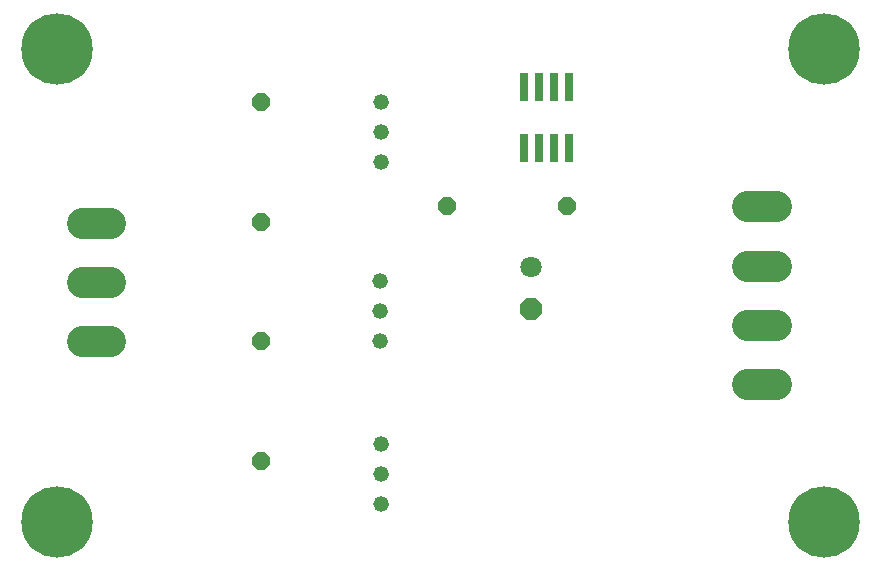
<source format=gbr>
G04 EAGLE Gerber X2 export*
%TF.Part,Single*%
%TF.FileFunction,Soldermask,Bot,1*%
%TF.FilePolarity,Negative*%
%TF.GenerationSoftware,Autodesk,EAGLE,9.0.0*%
%TF.CreationDate,2023-01-31T01:08:40Z*%
G75*
%MOMM*%
%FSLAX34Y34*%
%LPD*%
%AMOC8*
5,1,8,0,0,1.08239X$1,22.5*%
G01*
%ADD10P,1.951982X8X292.500000*%
%ADD11C,1.803400*%
%ADD12R,0.803200X2.403200*%
%ADD13C,1.320800*%
%ADD14P,1.649562X8X112.500000*%
%ADD15P,1.649562X8X202.500000*%
%ADD16C,2.603200*%
%ADD17C,6.045200*%


D10*
X451600Y229920D03*
D11*
X451600Y265480D03*
D12*
X457950Y418400D03*
X457950Y366400D03*
X445250Y418400D03*
X470650Y418400D03*
X483350Y418400D03*
X445250Y366400D03*
X470650Y366400D03*
X483350Y366400D03*
D13*
X324600Y354300D03*
X324600Y379700D03*
X324600Y405100D03*
D14*
X223000Y101300D03*
X223000Y202900D03*
D15*
X482000Y316900D03*
X380400Y316900D03*
D13*
X324600Y64900D03*
X324600Y90300D03*
X324600Y115700D03*
X323600Y202600D03*
X323600Y228000D03*
X323600Y253400D03*
D14*
X223000Y303500D03*
X223000Y405100D03*
D16*
X634800Y166900D02*
X658800Y166900D01*
X658800Y216900D02*
X634800Y216900D01*
X634800Y266900D02*
X658800Y266900D01*
X658800Y316900D02*
X634800Y316900D01*
X95300Y303100D02*
X71300Y303100D01*
X71300Y253100D02*
X95300Y253100D01*
X95300Y203100D02*
X71300Y203100D01*
D17*
X700000Y50000D03*
X700000Y450000D03*
X50000Y450000D03*
X50000Y50000D03*
M02*

</source>
